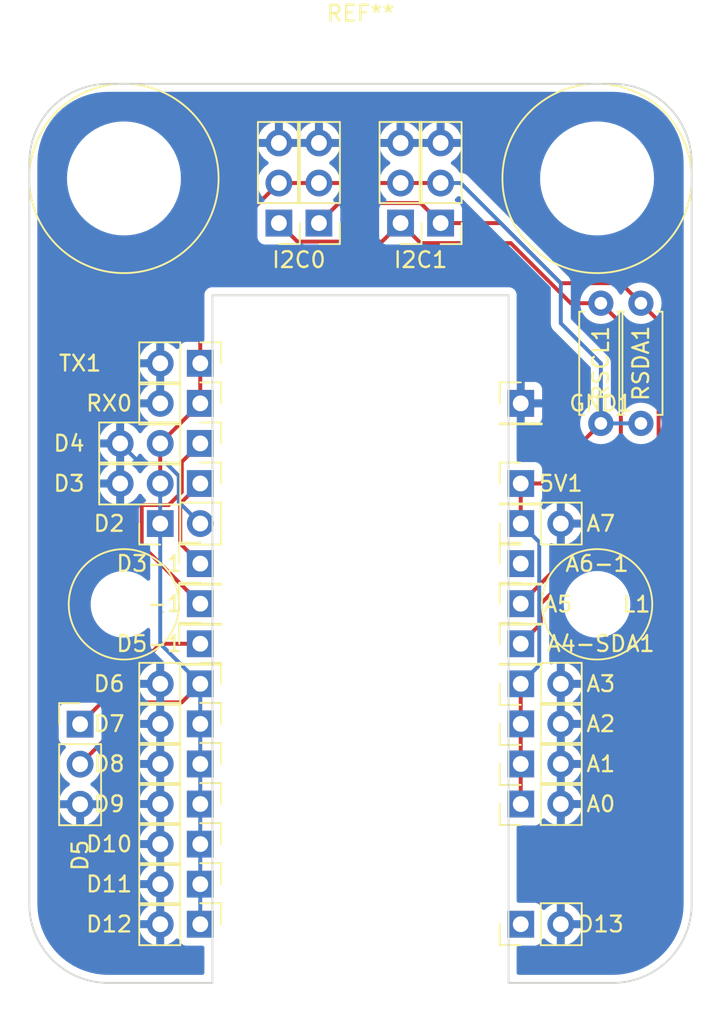
<source format=kicad_pcb>
(kicad_pcb (version 20221018) (generator pcbnew)
  (layers (0 "F.Cu" signal) (31 "B.Cu" signal) (34 "B.Paste" user) (35 "F.Paste" user) (36 "B.SilkS" user "B.Silkscreen") (37 "F.SilkS" user "F.Silkscreen") (38 "B.Mask" user) (39 "F.Mask" user) (44 "Edge.Cuts" user))
  (net 0 "")
  (net 1 "+5V")
  (net 2 "GND")
  (net 3 "Net-(A4-SDA1-Pad1)")
  (net 4 "Net-(A5-SCL1-Pad1)")
  (net 5 "Net-(A6-Pad1)")
  (net 6 "Net-(D3-Pad1)")
  (net 7 "Net-(D4-1-Pad1)")
  (net 8 "Net-(D5-1-Pad1)")
  (footprint "Connector_PinHeader_2.54mm:PinHeader_1x01_P2.54mm_Vertical" (layer "F.Cu") (at 10.16 -8.24)
    (fp_text reference "GND1" (at 5.08 0) (layer "F.SilkS"))
    (fp_text value "Conn_01x01_Male" hide)
    (fp_line (start -1.33 -1.33) (end 0 -1.33) (stroke (width 0.12)) (layer "F.SilkS"))
    (fp_line (start -1.33 0) (end -1.33 -1.33) (stroke (width 0.12)) (layer "F.SilkS"))
    (fp_line (start -1.33 1.27) (end -1.33 1.33) (stroke (width 0.12)) (layer "F.SilkS"))
    (fp_line (start -1.33 1.27) (end 1.33 1.27) (stroke (width 0.12)) (layer "F.SilkS"))
    (fp_line (start -1.33 1.33) (end 1.33 1.33) (stroke (width 0.12)) (layer "F.SilkS"))
    (fp_line (start 1.33 1.27) (end 1.33 1.33) (stroke (width 0.12)) (layer "F.SilkS"))
    (pad "1" thru_hole rect (at 0 0) (size 1.7 1.7) (drill 1) (layers "*.Cu" "*.Mask") (net 2 "GND"))
  )
  (footprint "Connector_PinHeader_2.54mm:PinHeader_1x01_P2.54mm_Vertical" (layer "F.Cu") (at 10.16 -3.16)
    (fp_text reference "5V1" (at 2.54 0) (layer "F.SilkS"))
    (fp_text value "Conn_01x01_Male" hide)
    (fp_line (start -1.33 -1.33) (end 0 -1.33) (stroke (width 0.12)) (layer "F.SilkS"))
    (fp_line (start -1.33 0) (end -1.33 -1.33) (stroke (width 0.12)) (layer "F.SilkS"))
    (fp_line (start -1.33 1.27) (end -1.33 1.33) (stroke (width 0.12)) (layer "F.SilkS"))
    (fp_line (start -1.33 1.27) (end 1.33 1.27) (stroke (width 0.12)) (layer "F.SilkS"))
    (fp_line (start -1.33 1.33) (end 1.33 1.33) (stroke (width 0.12)) (layer "F.SilkS"))
    (fp_line (start 1.33 1.27) (end 1.33 1.33) (stroke (width 0.12)) (layer "F.SilkS"))
    (pad "1" thru_hole rect (at 0 0) (size 1.7 1.7) (drill 1) (layers "*.Cu" "*.Mask") (net 1 "+5V"))
  )
  (footprint "Connector_PinHeader_2.54mm:PinHeader_1x02_P2.54mm_Vertical" (layer "F.Cu") (at 10.16 24.78 90)
    (fp_text reference "D13" (at 0 5.08 180) (layer "F.SilkS"))
    (fp_text value "Conn_01x02_Male" hide)
    (fp_line (start -1.33 -1.33) (end 0 -1.33) (stroke (width 0.12)) (layer "F.SilkS"))
    (fp_line (start -1.33 0) (end -1.33 -1.33) (stroke (width 0.12)) (layer "F.SilkS"))
    (fp_line (start -1.33 1.27) (end -1.33 3.87) (stroke (width 0.12)) (layer "F.SilkS"))
    (fp_line (start -1.33 1.27) (end 1.33 1.27) (stroke (width 0.12)) (layer "F.SilkS"))
    (fp_line (start -1.33 3.87) (end 1.33 3.87) (stroke (width 0.12)) (layer "F.SilkS"))
    (fp_line (start 1.33 1.27) (end 1.33 3.87) (stroke (width 0.12)) (layer "F.SilkS"))
    (pad "1" thru_hole rect (at 0 0 90) (size 1.7 1.7) (drill 1) (layers "*.Cu" "*.Mask") (net 1 "+5V"))
    (pad "2" thru_hole oval (at 0 2.54 90) (size 1.7 1.7) (drill 1) (layers "*.Cu" "*.Mask") (net 2 "GND"))
  )
  (footprint "Connector_PinHeader_2.54mm:PinHeader_1x02_P2.54mm_Vertical" (layer "F.Cu") (at -10.16 -10.78 -90)
    (fp_text reference "TX1" (at 0 7.62 180) (layer "F.SilkS"))
    (fp_text value "Conn_01x02_Male" hide)
    (fp_line (start -1.33 -1.33) (end 0 -1.33) (stroke (width 0.12)) (layer "F.SilkS"))
    (fp_line (start -1.33 0) (end -1.33 -1.33) (stroke (width 0.12)) (layer "F.SilkS"))
    (fp_line (start -1.33 1.27) (end -1.33 3.87) (stroke (width 0.12)) (layer "F.SilkS"))
    (fp_line (start -1.33 1.27) (end 1.33 1.27) (stroke (width 0.12)) (layer "F.SilkS"))
    (fp_line (start -1.33 3.87) (end 1.33 3.87) (stroke (width 0.12)) (layer "F.SilkS"))
    (fp_line (start 1.33 1.27) (end 1.33 3.87) (stroke (width 0.12)) (layer "F.SilkS"))
    (pad "1" thru_hole rect (at 0 0 270) (size 1.7 1.7) (drill 1) (layers "*.Cu" "*.Mask") (net 1 "+5V"))
    (pad "2" thru_hole oval (at 0 2.54 270) (size 1.7 1.7) (drill 1) (layers "*.Cu" "*.Mask") (net 2 "GND"))
  )
  (footprint "Connector_PinHeader_2.54mm:PinHeader_1x02_P2.54mm_Vertical" (layer "F.Cu") (at 10.16 17.16 90)
    (fp_text reference "A0" (at 0 5.08 180) (layer "F.SilkS"))
    (fp_text value "Conn_01x02_Male" hide)
    (fp_line (start -1.33 -1.33) (end 0 -1.33) (stroke (width 0.12)) (layer "F.SilkS"))
    (fp_line (start -1.33 0) (end -1.33 -1.33) (stroke (width 0.12)) (layer "F.SilkS"))
    (fp_line (start -1.33 1.27) (end -1.33 3.87) (stroke (width 0.12)) (layer "F.SilkS"))
    (fp_line (start -1.33 1.27) (end 1.33 1.27) (stroke (width 0.12)) (layer "F.SilkS"))
    (fp_line (start -1.33 3.87) (end 1.33 3.87) (stroke (width 0.12)) (layer "F.SilkS"))
    (fp_line (start 1.33 1.27) (end 1.33 3.87) (stroke (width 0.12)) (layer "F.SilkS"))
    (pad "1" thru_hole rect (at 0 0 90) (size 1.7 1.7) (drill 1) (layers "*.Cu" "*.Mask") (net 1 "+5V"))
    (pad "2" thru_hole oval (at 0 2.54 90) (size 1.7 1.7) (drill 1) (layers "*.Cu" "*.Mask") (net 2 "GND"))
  )
  (footprint "Connector_PinHeader_2.54mm:PinHeader_1x02_P2.54mm_Vertical" (layer "F.Cu") (at -10.16 12.08 -90)
    (fp_text reference "D7" (at 0 5.78 180) (layer "F.SilkS"))
    (fp_text value "Conn_01x02_Male" hide)
    (fp_line (start -1.33 -1.33) (end 0 -1.33) (stroke (width 0.12)) (layer "F.SilkS"))
    (fp_line (start -1.33 0) (end -1.33 -1.33) (stroke (width 0.12)) (layer "F.SilkS"))
    (fp_line (start -1.33 1.27) (end -1.33 3.87) (stroke (width 0.12)) (layer "F.SilkS"))
    (fp_line (start -1.33 1.27) (end 1.33 1.27) (stroke (width 0.12)) (layer "F.SilkS"))
    (fp_line (start -1.33 3.87) (end 1.33 3.87) (stroke (width 0.12)) (layer "F.SilkS"))
    (fp_line (start 1.33 1.27) (end 1.33 3.87) (stroke (width 0.12)) (layer "F.SilkS"))
    (pad "1" thru_hole rect (at 0 0 270) (size 1.7 1.7) (drill 1) (layers "*.Cu" "*.Mask") (net 1 "+5V"))
    (pad "2" thru_hole oval (at 0 2.54 270) (size 1.7 1.7) (drill 1) (layers "*.Cu" "*.Mask") (net 2 "GND"))
  )
  (footprint "Connector_PinHeader_2.54mm:PinHeader_1x02_P2.54mm_Vertical" (layer "F.Cu") (at -10.16 9.54 -90)
    (fp_text reference "D6" (at 0 5.78 180) (layer "F.SilkS"))
    (fp_text value "Conn_01x02_Male" hide)
    (fp_line (start -1.33 -1.33) (end 0 -1.33) (stroke (width 0.12)) (layer "F.SilkS"))
    (fp_line (start -1.33 0) (end -1.33 -1.33) (stroke (width 0.12)) (layer "F.SilkS"))
    (fp_line (start -1.33 1.27) (end -1.33 3.87) (stroke (width 0.12)) (layer "F.SilkS"))
    (fp_line (start -1.33 1.27) (end 1.33 1.27) (stroke (width 0.12)) (layer "F.SilkS"))
    (fp_line (start -1.33 3.87) (end 1.33 3.87) (stroke (width 0.12)) (layer "F.SilkS"))
    (fp_line (start 1.33 1.27) (end 1.33 3.87) (stroke (width 0.12)) (layer "F.SilkS"))
    (pad "1" thru_hole rect (at 0 0 270) (size 1.7 1.7) (drill 1) (layers "*.Cu" "*.Mask") (net 1 "+5V"))
    (pad "2" thru_hole oval (at 0 2.54 270) (size 1.7 1.7) (drill 1) (layers "*.Cu" "*.Mask") (net 2 "GND"))
  )
  (footprint "Resistor_THT:R_Axial_DIN0207_L6.3mm_D2.5mm_P7.62mm_Horizontal" (layer "F.Cu") (at 17.78 -6.97 90)
    (fp_text reference "RSDA1" (at 3.81 0 90) (layer "F.SilkS"))
    (fp_text value "R" hide)
    (fp_line (start 0.54 -1.37) (end 7.08 -1.37) (stroke (width 0.12)) (layer "F.SilkS"))
    (fp_line (start 0.54 -1.04) (end 0.54 -1.37) (stroke (width 0.12)) (layer "F.SilkS"))
    (fp_line (start 0.54 1.04) (end 0.54 1.37) (stroke (width 0.12)) (layer "F.SilkS"))
    (fp_line (start 0.54 1.37) (end 7.08 1.37) (stroke (width 0.12)) (layer "F.SilkS"))
    (fp_line (start 7.08 -1.37) (end 7.08 -1.04) (stroke (width 0.12)) (layer "F.SilkS"))
    (fp_line (start 7.08 1.37) (end 7.08 1.04) (stroke (width 0.12)) (layer "F.SilkS"))
    (pad "1" thru_hole circle (at 0 0 90) (size 1.6 1.6) (drill 0.8) (layers "*.Cu" "*.Mask") (net 1 "+5V"))
    (pad "2" thru_hole oval (at 7.62 0 90) (size 1.6 1.6) (drill 0.8) (layers "*.Cu" "*.Mask") (net 3 "Net-(A4-SDA1-Pad1)"))
  )
  (footprint "Connector_PinHeader_2.54mm:PinHeader_1x03_P2.54mm_Vertical" (layer "F.Cu") (at -5.175489 -19.67 180)
    (fp_text reference "I2C0" (at -1.27 -2.33) (layer "F.SilkS"))
    (fp_text value "Conn_01x03_Male" hide)
    (fp_line (start -1.33 -1.33) (end 0 -1.33) (stroke (width 0.12)) (layer "F.SilkS"))
    (fp_line (start -1.33 0) (end -1.33 -1.33) (stroke (width 0.12)) (layer "F.SilkS"))
    (fp_line (start -1.33 1.27) (end -1.33 6.41) (stroke (width 0.12)) (layer "F.SilkS"))
    (fp_line (start -1.33 1.27) (end 1.33 1.27) (stroke (width 0.12)) (layer "F.SilkS"))
    (fp_line (start -1.33 6.41) (end 1.33 6.41) (stroke (width 0.12)) (layer "F.SilkS"))
    (fp_line (start 1.33 1.27) (end 1.33 6.41) (stroke (width 0.12)) (layer "F.SilkS"))
    (pad "1" thru_hole rect (at 0 0 180) (size 1.7 1.7) (drill 1) (layers "*.Cu" "*.Mask") (net 4 "Net-(A5-SCL1-Pad1)"))
    (pad "2" thru_hole oval (at 0 2.54 180) (size 1.7 1.7) (drill 1) (layers "*.Cu" "*.Mask") (net 1 "+5V"))
    (pad "3" thru_hole oval (at 0 5.08 180) (size 1.7 1.7) (drill 1) (layers "*.Cu" "*.Mask") (net 2 "GND"))
  )
  (footprint "Connector_PinHeader_2.54mm:PinHeader_1x03_P2.54mm_Vertical" (layer "F.Cu") (at 5.08 -19.67 180)
    (fp_text reference "SDA0" hide)
    (fp_text value "Conn_01x03_Male" hide)
    (fp_line (start -1.33 -1.33) (end 0 -1.33) (stroke (width 0.12)) (layer "F.SilkS"))
    (fp_line (start -1.33 0) (end -1.33 -1.33) (stroke (width 0.12)) (layer "F.SilkS"))
    (fp_line (start -1.33 1.27) (end -1.33 6.41) (stroke (width 0.12)) (layer "F.SilkS"))
    (fp_line (start -1.33 1.27) (end 1.33 1.27) (stroke (width 0.12)) (layer "F.SilkS"))
    (fp_line (start -1.33 6.41) (end 1.33 6.41) (stroke (width 0.12)) (layer "F.SilkS"))
    (fp_line (start 1.33 1.27) (end 1.33 6.41) (stroke (width 0.12)) (layer "F.SilkS"))
    (pad "1" thru_hole rect (at 0 0 180) (size 1.7 1.7) (drill 1) (layers "*.Cu" "*.Mask") (net 3 "Net-(A4-SDA1-Pad1)"))
    (pad "2" thru_hole oval (at 0 2.54 180) (size 1.7 1.7) (drill 1) (layers "*.Cu" "*.Mask") (net 1 "+5V"))
    (pad "3" thru_hole oval (at 0 5.08 180) (size 1.7 1.7) (drill 1) (layers "*.Cu" "*.Mask") (net 2 "GND"))
  )
  (footprint "Connector_PinHeader_2.54mm:PinHeader_1x02_P2.54mm_Vertical" (layer "F.Cu") (at -10.16 24.78 -90)
    (fp_text reference "D12" (at 0 5.78 180) (layer "F.SilkS"))
    (fp_text value "Conn_01x02_Male" hide)
    (fp_line (start -1.33 -1.33) (end 0 -1.33) (stroke (width 0.12)) (layer "F.SilkS"))
    (fp_line (start -1.33 0) (end -1.33 -1.33) (stroke (width 0.12)) (layer "F.SilkS"))
    (fp_line (start -1.33 1.27) (end -1.33 3.87) (stroke (width 0.12)) (layer "F.SilkS"))
    (fp_line (start -1.33 1.27) (end 1.33 1.27) (stroke (width 0.12)) (layer "F.SilkS"))
    (fp_line (start -1.33 3.87) (end 1.33 3.87) (stroke (width 0.12)) (layer "F.SilkS"))
    (fp_line (start 1.33 1.27) (end 1.33 3.87) (stroke (width 0.12)) (layer "F.SilkS"))
    (pad "1" thru_hole rect (at 0 0 270) (size 1.7 1.7) (drill 1) (layers "*.Cu" "*.Mask") (net 1 "+5V"))
    (pad "2" thru_hole oval (at 0 2.54 270) (size 1.7 1.7) (drill 1) (layers "*.Cu" "*.Mask") (net 2 "GND"))
  )
  (footprint "Connector_PinHeader_2.54mm:PinHeader_1x02_P2.54mm_Vertical" (layer "F.Cu") (at -10.16 22.24 -90)
    (fp_text reference "D11" (at 0 5.78 180) (layer "F.SilkS"))
    (fp_text value "Conn_01x02_Male" hide)
    (fp_line (start -1.33 -1.33) (end 0 -1.33) (stroke (width 0.12)) (layer "F.SilkS"))
    (fp_line (start -1.33 0) (end -1.33 -1.33) (stroke (width 0.12)) (layer "F.SilkS"))
    (fp_line (start -1.33 1.27) (end -1.33 3.87) (stroke (width 0.12)) (layer "F.SilkS"))
    (fp_line (start -1.33 1.27) (end 1.33 1.27) (stroke (width 0.12)) (layer "F.SilkS"))
    (fp_line (start -1.33 3.87) (end 1.33 3.87) (stroke (width 0.12)) (layer "F.SilkS"))
    (fp_line (start 1.33 1.27) (end 1.33 3.87) (stroke (width 0.12)) (layer "F.SilkS"))
    (pad "1" thru_hole rect (at 0 0 270) (size 1.7 1.7) (drill 1) (layers "*.Cu" "*.Mask") (net 1 "+5V"))
    (pad "2" thru_hole oval (at 0 2.54 270) (size 1.7 1.7) (drill 1) (layers "*.Cu" "*.Mask") (net 2 "GND"))
  )
  (footprint "Connector_PinHeader_2.54mm:PinHeader_1x02_P2.54mm_Vertical" (layer "F.Cu") (at 10.16 -0.62 90)
    (fp_text reference "A7" (at 0 5.08 180) (layer "F.SilkS"))
    (fp_text value "Conn_01x02_Male" hide)
    (fp_line (start -1.33 -1.33) (end 0 -1.33) (stroke (width 0.12)) (layer "F.SilkS"))
    (fp_line (start -1.33 0) (end -1.33 -1.33) (stroke (width 0.12)) (layer "F.SilkS"))
    (fp_line (start -1.33 1.27) (end -1.33 3.87) (stroke (width 0.12)) (layer "F.SilkS"))
    (fp_line (start -1.33 1.27) (end 1.33 1.27) (stroke (width 0.12)) (layer "F.SilkS"))
    (fp_line (start -1.33 3.87) (end 1.33 3.87) (stroke (width 0.12)) (layer "F.SilkS"))
    (fp_line (start 1.33 1.27) (end 1.33 3.87) (stroke (width 0.12)) (layer "F.SilkS"))
    (pad "1" thru_hole rect (at 0 0 90) (size 1.7 1.7) (drill 1) (layers "*.Cu" "*.Mask") (net 1 "+5V"))
    (pad "2" thru_hole oval (at 0 2.54 90) (size 1.7 1.7) (drill 1) (layers "*.Cu" "*.Mask") (net 2 "GND"))
  )
  (footprint "Connector_PinHeader_2.54mm:PinHeader_1x01_P2.54mm_Vertical" (layer "F.Cu") (at 10.16 1.92)
    (fp_text reference "A6-1" (at 4.84 0) (layer "F.SilkS"))
    (fp_text value "Conn_01x01_Male" hide)
    (fp_line (start -1.33 -1.33) (end 0 -1.33) (stroke (width 0.12)) (layer "F.SilkS"))
    (fp_line (start -1.33 0) (end -1.33 -1.33) (stroke (width 0.12)) (layer "F.SilkS"))
    (fp_line (start -1.33 1.27) (end -1.33 1.33) (stroke (width 0.12)) (layer "F.SilkS"))
    (fp_line (start -1.33 1.27) (end 1.33 1.27) (stroke (width 0.12)) (layer "F.SilkS"))
    (fp_line (start -1.33 1.33) (end 1.33 1.33) (stroke (width 0.12)) (layer "F.SilkS"))
    (fp_line (start 1.33 1.27) (end 1.33 1.33) (stroke (width 0.12)) (layer "F.SilkS"))
    (pad "1" thru_hole rect (at 0 0) (size 1.7 1.7) (drill 1) (layers "*.Cu" "*.Mask") (net 5 "Net-(A6-Pad1)"))
  )
  (footprint "Connector_PinHeader_2.54mm:PinHeader_1x01_P2.54mm_Vertical" (layer "F.Cu") (at 10.16 4.46)
    (fp_text reference "A5-SCL1" (at 4.84 0.04) (layer "F.SilkS"))
    (fp_text value "Conn_01x01_Male" hide)
    (fp_line (start -1.33 -1.33) (end 0 -1.33) (stroke (width 0.12)) (layer "F.SilkS"))
    (fp_line (start -1.33 0) (end -1.33 -1.33) (stroke (width 0.12)) (layer "F.SilkS"))
    (fp_line (start -1.33 1.27) (end -1.33 1.33) (stroke (width 0.12)) (layer "F.SilkS"))
    (fp_line (start -1.33 1.27) (end 1.33 1.27) (stroke (width 0.12)) (layer "F.SilkS"))
    (fp_line (start -1.33 1.33) (end 1.33 1.33) (stroke (width 0.12)) (layer "F.SilkS"))
    (fp_line (start 1.33 1.27) (end 1.33 1.33) (stroke (width 0.12)) (layer "F.SilkS"))
    (pad "1" thru_hole rect (at 0 0) (size 1.7 1.7) (drill 1) (layers "*.Cu" "*.Mask") (net 4 "Net-(A5-SCL1-Pad1)"))
  )
  (footprint "Connector_PinHeader_2.54mm:PinHeader_1x02_P2.54mm_Vertical" (layer "F.Cu") (at -10.16 19.7 -90)
    (fp_text reference "D10" (at 0 5.78 180) (layer "F.SilkS"))
    (fp_text value "Conn_01x02_Male" hide)
    (fp_line (start -1.33 -1.33) (end 0 -1.33) (stroke (width 0.12)) (layer "F.SilkS"))
    (fp_line (start -1.33 0) (end -1.33 -1.33) (stroke (width 0.12)) (layer "F.SilkS"))
    (fp_line (start -1.33 1.27) (end -1.33 3.87) (stroke (width 0.12)) (layer "F.SilkS"))
    (fp_line (start -1.33 1.27) (end 1.33 1.27) (stroke (width 0.12)) (layer "F.SilkS"))
    (fp_line (start -1.33 3.87) (end 1.33 3.87) (stroke (width 0.12)) (layer "F.SilkS"))
    (fp_line (start 1.33 1.27) (end 1.33 3.87) (stroke (width 0.12)) (layer "F.SilkS"))
    (pad "1" thru_hole rect (at 0 0 270) (size 1.7 1.7) (drill 1) (layers "*.Cu" "*.Mask") (net 1 "+5V"))
    (pad "2" thru_hole oval (at 0 2.54 270) (size 1.7 1.7) (drill 1) (layers "*.Cu" "*.Mask") (net 2 "GND"))
  )
  (footprint "Connector_PinHeader_2.54mm:PinHeader_1x01_P2.54mm_Vertical" (layer "F.Cu") (at -10.16 1.92)
    (fp_text reference "D3-1" (at -3.24 0) (layer "F.SilkS"))
    (fp_text value "Conn_01x01_Male" hide)
    (fp_line (start -1.33 -1.33) (end 0 -1.33) (stroke (width 0.12)) (layer "F.SilkS"))
    (fp_line (start -1.33 0) (end -1.33 -1.33) (stroke (width 0.12)) (layer "F.SilkS"))
    (fp_line (start -1.33 1.27) (end -1.33 1.33) (stroke (width 0.12)) (layer "F.SilkS"))
    (fp_line (start -1.33 1.27) (end 1.33 1.27) (stroke (width 0.12)) (layer "F.SilkS"))
    (fp_line (start -1.33 1.33) (end 1.33 1.33) (stroke (width 0.12)) (layer "F.SilkS"))
    (fp_line (start 1.33 1.27) (end 1.33 1.33) (stroke (width 0.12)) (layer "F.SilkS"))
    (pad "1" thru_hole rect (at 0 0) (size 1.7 1.7) (drill 1) (layers "*.Cu" "*.Mask") (net 6 "Net-(D3-Pad1)"))
  )
  (footprint "Connector_PinHeader_2.54mm:PinHeader_1x03_P2.54mm_Vertical" (layer "F.Cu") (at -2.635489 -19.67 180)
    (fp_text reference "SDA1" hide)
    (fp_text value "Conn_01x03_Male" hide)
    (fp_line (start -1.33 -1.33) (end 0 -1.33) (stroke (width 0.12)) (layer "F.SilkS"))
    (fp_line (start -1.33 0) (end -1.33 -1.33) (stroke (width 0.12)) (layer "F.SilkS"))
    (fp_line (start -1.33 1.27) (end -1.33 6.41) (stroke (width 0.12)) (layer "F.SilkS"))
    (fp_line (start -1.33 1.27) (end 1.33 1.27) (stroke (width 0.12)) (layer "F.SilkS"))
    (fp_line (start -1.33 6.41) (end 1.33 6.41) (stroke (width 0.12)) (layer "F.SilkS"))
    (fp_line (start 1.33 1.27) (end 1.33 6.41) (stroke (width 0.12)) (layer "F.SilkS"))
    (pad "1" thru_hole rect (at 0 0 180) (size 1.7 1.7) (drill 1) (layers "*.Cu" "*.Mask") (net 3 "Net-(A4-SDA1-Pad1)"))
    (pad "2" thru_hole oval (at 0 2.54 180) (size 1.7 1.7) (drill 1) (layers "*.Cu" "*.Mask") (net 1 "+5V"))
    (pad "3" thru_hole oval (at 0 5.08 180) (size 1.7 1.7) (drill 1) (layers "*.Cu" "*.Mask") (net 2 "GND"))
  )
  (footprint "Connector_PinHeader_2.54mm:PinHeader_1x02_P2.54mm_Vertical" (layer "F.Cu") (at 10.16 12.08 90)
    (fp_text reference "A2" (at 0 5.08 180) (layer "F.SilkS"))
    (fp_text value "Conn_01x02_Male" hide)
    (fp_line (start -1.33 -1.33) (end 0 -1.33) (stroke (width 0.12)) (layer "F.SilkS"))
    (fp_line (start -1.33 0) (end -1.33 -1.33) (stroke (width 0.12)) (layer "F.SilkS"))
    (fp_line (start -1.33 1.27) (end -1.33 3.87) (stroke (width 0.12)) (layer "F.SilkS"))
    (fp_line (start -1.33 1.27) (end 1.33 1.27) (stroke (width 0.12)) (layer "F.SilkS"))
    (fp_line (start -1.33 3.87) (end 1.33 3.87) (stroke (width 0.12)) (layer "F.SilkS"))
    (fp_line (start 1.33 1.27) (end 1.33 3.87) (stroke (width 0.12)) (layer "F.SilkS"))
    (pad "1" thru_hole rect (at 0 0 90) (size 1.7 1.7) (drill 1) (layers "*.Cu" "*.Mask") (net 1 "+5V"))
    (pad "2" thru_hole oval (at 0 2.54 90) (size 1.7 1.7) (drill 1) (layers "*.Cu" "*.Mask") (net 2 "GND"))
  )
  (footprint "Resistor_THT:R_Axial_DIN0207_L6.3mm_D2.5mm_P7.62mm_Horizontal" (layer "F.Cu") (at 15.24 -6.97 90)
    (fp_text reference "RSCL1" (at 3.81 0 90) (layer "F.SilkS"))
    (fp_text value "R" hide)
    (fp_line (start 0.54 -1.37) (end 7.08 -1.37) (stroke (width 0.12)) (layer "F.SilkS"))
    (fp_line (start 0.54 -1.04) (end 0.54 -1.37) (stroke (width 0.12)) (layer "F.SilkS"))
    (fp_line (start 0.54 1.04) (end 0.54 1.37) (stroke (width 0.12)) (layer "F.SilkS"))
    (fp_line (start 0.54 1.37) (end 7.08 1.37) (stroke (width 0.12)) (layer "F.SilkS"))
    (fp_line (start 7.08 -1.37) (end 7.08 -1.04) (stroke (width 0.12)) (layer "F.SilkS"))
    (fp_line (start 7.08 1.37) (end 7.08 1.04) (stroke (width 0.12)) (layer "F.SilkS"))
    (pad "1" thru_hole circle (at 0 0 90) (size 1.6 1.6) (drill 0.8) (layers "*.Cu" "*.Mask") (net 1 "+5V"))
    (pad "2" thru_hole oval (at 7.62 0 90) (size 1.6 1.6) (drill 0.8) (layers "*.Cu" "*.Mask") (net 4 "Net-(A5-SCL1-Pad1)"))
  )
  (footprint "Connector_PinHeader_2.54mm:PinHeader_1x01_P2.54mm_Vertical" (layer "F.Cu") (at 10.16 7)
    (fp_text reference "A4-SDA1" (at 5.08 0) (layer "F.SilkS"))
    (fp_text value "Conn_01x01_Male" hide)
    (fp_line (start -1.33 -1.33) (end 0 -1.33) (stroke (width 0.12)) (layer "F.SilkS"))
    (fp_line (start -1.33 0) (end -1.33 -1.33) (stroke (width 0.12)) (layer "F.SilkS"))
    (fp_line (start -1.33 1.27) (end -1.33 1.33) (stroke (width 0.12)) (layer "F.SilkS"))
    (fp_line (start -1.33 1.27) (end 1.33 1.27) (stroke (width 0.12)) (layer "F.SilkS"))
    (fp_line (start -1.33 1.33) (end 1.33 1.33) (stroke (width 0.12)) (layer "F.SilkS"))
    (fp_line (start 1.33 1.27) (end 1.33 1.33) (stroke (width 0.12)) (layer "F.SilkS"))
    (pad "1" thru_hole rect (at 0 0) (size 1.7 1.7) (drill 1) (layers "*.Cu" "*.Mask") (net 3 "Net-(A4-SDA1-Pad1)"))
  )
  (footprint "Connector_PinHeader_2.54mm:PinHeader_1x01_P2.54mm_Vertical" (layer "F.Cu") (at -10.16 4.46)
    (fp_text reference "D4-1" (at -3.24 0) (layer "F.SilkS"))
    (fp_text value "Conn_01x01_Male" hide)
    (fp_line (start -1.33 -1.33) (end 0 -1.33) (stroke (width 0.12)) (layer "F.SilkS"))
    (fp_line (start -1.33 0) (end -1.33 -1.33) (stroke (width 0.12)) (layer "F.SilkS"))
    (fp_line (start -1.33 1.27) (end -1.33 1.33) (stroke (width 0.12)) (layer "F.SilkS"))
    (fp_line (start -1.33 1.27) (end 1.33 1.27) (stroke (width 0.12)) (layer "F.SilkS"))
    (fp_line (start -1.33 1.33) (end 1.33 1.33) (stroke (width 0.12)) (layer "F.SilkS"))
    (fp_line (start 1.33 1.27) (end 1.33 1.33) (stroke (width 0.12)) (layer "F.SilkS"))
    (pad "1" thru_hole rect (at 0 0) (size 1.7 1.7) (drill 1) (layers "*.Cu" "*.Mask") (net 7 "Net-(D4-1-Pad1)"))
  )
  (footprint "Connector_PinHeader_2.54mm:PinHeader_1x03_P2.54mm_Vertical" (layer "F.Cu") (at -17.78 12.095)
    (fp_text reference "D5" (at 0 8.32 90) (layer "F.SilkS"))
    (fp_text value "Conn_01x03_Male" hide)
    (fp_line (start -1.33 -1.33) (end 0 -1.33) (stroke (width 0.12)) (layer "F.SilkS"))
    (fp_line (start -1.33 0) (end -1.33 -1.33) (stroke (width 0.12)) (layer "F.SilkS"))
    (fp_line (start -1.33 1.27) (end -1.33 6.41) (stroke (width 0.12)) (layer "F.SilkS"))
    (fp_line (start -1.33 1.27) (end 1.33 1.27) (stroke (width 0.12)) (layer "F.SilkS"))
    (fp_line (start -1.33 6.41) (end 1.33 6.41) (stroke (width 0.12)) (layer "F.SilkS"))
    (fp_line (start 1.33 1.27) (end 1.33 6.41) (stroke (width 0.12)) (layer "F.SilkS"))
    (pad "1" thru_hole rect (at 0 0) (size 1.7 1.7) (drill 1) (layers "*.Cu" "*.Mask") (net 8 "Net-(D5-1-Pad1)"))
    (pad "2" thru_hole oval (at 0 2.54) (size 1.7 1.7) (drill 1) (layers "*.Cu" "*.Mask") (net 1 "+5V"))
    (pad "3" thru_hole oval (at 0 5.08) (size 1.7 1.7) (drill 1) (layers "*.Cu" "*.Mask") (net 2 "GND"))
  )
  (footprint "Connector_PinHeader_2.54mm:PinHeader_1x02_P2.54mm_Vertical" (layer "F.Cu") (at 10.16 9.54 90)
    (fp_text reference "A3" (at 0 5.08 180) (layer "F.SilkS"))
    (fp_text value "Conn_01x02_Male" hide)
    (fp_line (start -1.33 -1.33) (end 0 -1.33) (stroke (width 0.12)) (layer "F.SilkS"))
    (fp_line (start -1.33 0) (end -1.33 -1.33) (stroke (width 0.12)) (layer "F.SilkS"))
    (fp_line (start -1.33 1.27) (end -1.33 3.87) (stroke (width 0.12)) (layer "F.SilkS"))
    (fp_line (start -1.33 1.27) (end 1.33 1.27) (stroke (width 0.12)) (layer "F.SilkS"))
    (fp_line (start -1.33 3.87) (end 1.33 3.87) (stroke (width 0.12)) (layer "F.SilkS"))
    (fp_line (start 1.33 1.27) (end 1.33 3.87) (stroke (width 0.12)) (layer "F.SilkS"))
    (pad "1" thru_hole rect (at 0 0 90) (size 1.7 1.7) (drill 1) (layers "*.Cu" "*.Mask") (net 1 "+5V"))
    (pad "2" thru_hole oval (at 0 2.54 90) (size 1.7 1.7) (drill 1) (layers "*.Cu" "*.Mask") (net 2 "GND"))
  )
  (footprint "Connector_PinHeader_2.54mm:PinHeader_1x02_P2.54mm_Vertical" (layer "F.Cu") (at -10.16 14.62 -90)
    (fp_text reference "D8" (at 0 5.78 180) (layer "F.SilkS"))
    (fp_text value "Conn_01x02_Male" hide)
    (fp_line (start -1.33 -1.33) (end 0 -1.33) (stroke (width 0.12)) (layer "F.SilkS"))
    (fp_line (start -1.33 0) (end -1.33 -1.33) (stroke (width 0.12)) (layer "F.SilkS"))
    (fp_line (start -1.33 1.27) (end -1.33 3.87) (stroke (width 0.12)) (layer "F.SilkS"))
    (fp_line (start -1.33 1.27) (end 1.33 1.27) (stroke (width 0.12)) (layer "F.SilkS"))
    (fp_line (start -1.33 3.87) (end 1.33 3.87) (stroke (width 0.12)) (layer "F.SilkS"))
    (fp_line (start 1.33 1.27) (end 1.33 3.87) (stroke (width 0.12)) (layer "F.SilkS"))
    (pad "1" thru_hole rect (at 0 0 270) (size 1.7 1.7) (drill 1) (layers "*.Cu" "*.Mask") (net 1 "+5V"))
    (pad "2" thru_hole oval (at 0 2.54 270) (size 1.7 1.7) (drill 1) (layers "*.Cu" "*.Mask") (net 2 "GND"))
  )
  (footprint "Connector_PinHeader_2.54mm:PinHeader_1x02_P2.54mm_Vertical" (layer "F.Cu") (at -10.16 -8.24 -90)
    (fp_text reference "RX0" (at 0 5.78 180) (layer "F.SilkS"))
    (fp_text value "Conn_01x02_Male" hide)
    (fp_line (start -1.33 -1.33) (end 0 -1.33) (stroke (width 0.12)) (layer "F.SilkS"))
    (fp_line (start -1.33 0) (end -1.33 -1.33) (stroke (width 0.12)) (layer "F.SilkS"))
    (fp_line (start -1.33 1.27) (end -1.33 3.87) (stroke (width 0.12)) (layer "F.SilkS"))
    (fp_line (start -1.33 1.27) (end 1.33 1.27) (stroke (width 0.12)) (layer "F.SilkS"))
    (fp_line (start -1.33 3.87) (end 1.33 3.87) (stroke (width 0.12)) (layer "F.SilkS"))
    (fp_line (start 1.33 1.27) (end 1.33 3.87) (stroke (width 0.12)) (layer "F.SilkS"))
    (pad "1" thru_hole rect (at 0 0 270) (size 1.7 1.7) (drill 1) (layers "*.Cu" "*.Mask") (net 1 "+5V"))
    (pad "2" thru_hole oval (at 0 2.54 270) (size 1.7 1.7) (drill 1) (layers "*.Cu" "*.Mask") (net 2 "GND"))
  )
  (footprint "Connector_PinHeader_2.54mm:PinHeader_1x03_P2.54mm_Vertical" (layer "F.Cu") (at -10.16 -5.7 -90)
    (fp_text reference "D4" (at 0 8.32 180) (layer "F.SilkS"))
    (fp_text value "Conn_01x03_Male" hide)
    (fp_line (start -1.33 -1.33) (end 0 -1.33) (stroke (width 0.12)) (layer "F.SilkS"))
    (fp_line (start -1.33 0) (end -1.33 -1.33) (stroke (width 0.12)) (layer "F.SilkS"))
    (fp_line (start -1.33 1.27) (end -1.33 6.41) (stroke (width 0.12)) (layer "F.SilkS"))
    (fp_line (start -1.33 1.27) (end 1.33 1.27) (stroke (width 0.12)) (layer "F.SilkS"))
    (fp_line (start -1.33 6.41) (end 1.33 6.41) (stroke (width 0.12)) (layer "F.SilkS"))
    (fp_line (start 1.33 1.27) (end 1.33 6.41) (stroke (width 0.12)) (layer "F.SilkS"))
    (pad "1" thru_hole rect (at 0 0 270) (size 1.7 1.7) (drill 1) (layers "*.Cu" "*.Mask") (net 7 "Net-(D4-1-Pad1)"))
    (pad "2" thru_hole oval (at 0 2.54 270) (size 1.7 1.7) (drill 1) (layers "*.Cu" "*.Mask") (net 1 "+5V"))
    (pad "3" thru_hole oval (at 0 5.08 270) (size 1.7 1.7) (drill 1) (layers "*.Cu" "*.Mask") (net 2 "GND"))
  )
  (footprint "Connector_PinHeader_2.54mm:PinHeader_1x03_P2.54mm_Vertical" (layer "F.Cu") (at 2.54 -19.67 180)
    (fp_text reference "I2C1" (at -1.27 -2.33) (layer "F.SilkS"))
    (fp_text value "Conn_01x03_Male" hide)
    (fp_line (start -1.33 -1.33) (end 0 -1.33) (stroke (width 0.12)) (layer "F.SilkS"))
    (fp_line (start -1.33 0) (end -1.33 -1.33) (stroke (width 0.12)) (layer "F.SilkS"))
    (fp_line (start -1.33 1.27) (end -1.33 6.41) (stroke (width 0.12)) (layer "F.SilkS"))
    (fp_line (start -1.33 1.27) (end 1.33 1.27) (stroke (width 0.12)) (layer "F.SilkS"))
    (fp_line (start -1.33 6.41) (end 1.33 6.41) (stroke (width 0.12)) (layer "F.SilkS"))
    (fp_line (start 1.33 1.27) (end 1.33 6.41) (stroke (width 0.12)) (layer "F.SilkS"))
    (pad "1" thru_hole rect (at 0 0 180) (size 1.7 1.7) (drill 1) (layers "*.Cu" "*.Mask") (net 4 "Net-(A5-SCL1-Pad1)"))
    (pad "2" thru_hole oval (at 0 2.54 180) (size 1.7 1.7) (drill 1) (layers "*.Cu" "*.Mask") (net 1 "+5V"))
    (pad "3" thru_hole oval (at 0 5.08 180) (size 1.7 1.7) (drill 1) (layers "*.Cu" "*.Mask") (net 2 "GND"))
  )
  (footprint "Connector_PinHeader_2.54mm:PinHeader_1x03_P2.54mm_Vertical" (layer "F.Cu") (at -10.16 -3.16 -90)
    (fp_text reference "D3" (at 0 8.32 180) (layer "F.SilkS"))
    (fp_text value "Conn_01x03_Male" hide)
    (fp_line (start -1.33 -1.33) (end 0 -1.33) (stroke (width 0.12)) (layer "F.SilkS"))
    (fp_line (start -1.33 0) (end -1.33 -1.33) (stroke (width 0.12)) (layer "F.SilkS"))
    (fp_line (start -1.33 1.27) (end -1.33 6.41) (stroke (width 0.12)) (layer "F.SilkS"))
    (fp_line (start -1.33 1.27) (end 1.33 1.27) (stroke (width 0.12)) (layer "F.SilkS"))
    (fp_line (start -1.33 6.41) (end 1.33 6.41) (stroke (width 0.12)) (layer "F.SilkS"))
    (fp_line (start 1.33 1.27) (end 1.33 6.41) (stroke (width 0.12)) (layer "F.SilkS"))
    (pad "1" thru_hole rect (at 0 0 270) (size 1.7 1.7) (drill 1) (layers "*.Cu" "*.Mask") (net 6 "Net-(D3-Pad1)"))
    (pad "2" thru_hole oval (at 0 2.54 270) (size 1.7 1.7) (drill 1) (layers "*.Cu" "*.Mask") (net 1 "+5V"))
    (pad "3" thru_hole oval (at 0 5.08 270) (size 1.7 1.7) (drill 1) (layers "*.Cu" "*.Mask") (net 2 "GND"))
  )
  (footprint "OOEB-footprints:OOEB-XXXX-04-03-ARDC" (layer "F.Cu") (at 0 0)
    (fp_text reference "REF**" (at 0 -32.964466 unlocked) (layer "F.SilkS"))
    (fp_text value "OOEB-XXXX-04-03-ARDC")
    (fp_circle (center -15 -22.5) (end -9 -22.5) (stroke (width 0.12)) (fill none) (layer "F.SilkS"))
    (fp_circle (center -15 4.5) (end -11.5 4.5) (stroke (width 0.12)) (fill none) (layer "F.SilkS"))
    (fp_circle (center 15 -22.5) (end 21 -22.5) (stroke (width 0.12)) (fill none) (layer "F.SilkS"))
    (fp_circle (center 15 4.5) (end 18.5 4.5) (stroke (width 0.12)) (fill none) (layer "F.SilkS"))
    (fp_line (start -21 -23.5) (end -21 23.5) (stroke (width 0.12)) (layer "Edge.Cuts"))
    (fp_line (start -16 -28.5) (end 16 -28.5) (stroke (width 0.12)) (layer "Edge.Cuts"))
    (fp_line (start -15.5 4.5) (end -15.5 4.5) (stroke (width 0.12)) (layer "Edge.Cuts"))
    (fp_line (start -12.5 5) (end -12.5 5) (stroke (width 0.12)) (layer "Edge.Cuts"))
    (fp_line (start -9.39 -15.09) (end -9.39 28.5) (stroke (width 0.12)) (layer "Edge.Cuts"))
    (fp_line (start -9.39 28.5) (end -16 28.5) (stroke (width 0.12)) (layer "Edge.Cuts"))
    (fp_line (start 9.39 -15.09) (end -9.39 -15.09) (stroke (width 0.12)) (layer "Edge.Cuts"))
    (fp_line (start 9.39 -15.09) (end 9.39 28.5) (stroke (width 0.12)) (layer "Edge.Cuts"))
    (fp_line (start 16 28.5) (end 9.39 28.5) (stroke (width 0.12)) (layer "Edge.Cuts"))
    (fp_line (start 21 -23.5) (end 21 23.5) (stroke (width 0.12)) (layer "Edge.Cuts"))
    (fp_arc (start -21 -23.5) (mid -19.535534 -27.035534) (end -16 -28.5) (stroke (width 0.12)) (layer "Edge.Cuts"))
    (fp_arc (start -16 28.5) (mid -19.535534 27.035534) (end -21 23.5) (stroke (width 0.12)) (layer "Edge.Cuts"))
    (fp_arc (start 16 -28.5) (mid 19.535534 -27.035534) (end 21 -23.5) (stroke (width 0.12)) (layer "Edge.Cuts"))
    (fp_arc (start 21 23.5) (mid 19.535534 27.035534) (end 16 28.5) (stroke (width 0.12)) (layer "Edge.Cuts"))
    (pad "" np_thru_hole circle (at -15 -22.5) (size 6.2 6.2) (drill 6.2) (layers "F&B.Cu"))
    (pad "" np_thru_hole circle (at -15 4.5) (size 3.2 3.2) (drill 3.2) (layers "F&B.Cu"))
    (pad "" np_thru_hole circle (at 15 -22.5) (size 6.2 6.2) (drill 6.2) (layers "F&B.Cu"))
    (pad "" np_thru_hole circle (at 15 4.5) (size 3.2 3.2) (drill 3.2) (layers "F&B.Cu"))
  )
  (footprint "Connector_PinHeader_2.54mm:PinHeader_1x01_P2.54mm_Vertical" (layer "F.Cu") (at -10.16 7)
    (fp_text reference "D5-1" (at -3.24 0) (layer "F.SilkS"))
    (fp_text value "Conn_01x01_Male" hide)
    (fp_line (start -1.33 -1.33) (end 0 -1.33) (stroke (width 0.12)) (layer "F.SilkS"))
    (fp_line (start -1.33 0) (end -1.33 -1.33) (stroke (width 0.12)) (layer "F.SilkS"))
    (fp_line (start -1.33 1.27) (end -1.33 1.33) (stroke (width 0.12)) (layer "F.SilkS"))
    (fp_line (start -1.33 1.27) (end 1.33 1.27) (stroke (width 0.12)) (layer "F.SilkS"))
    (fp_line (start -1.33 1.33) (end 1.33 1.33) (stroke (width 0.12)) (layer "F.SilkS"))
    (fp_line (start 1.33 1.27) (end 1.33 1.33) (stroke (width 0.12)) (layer "F.SilkS"))
    (pad "1" thru_hole rect (at 0 0) (size 1.7 1.7) (drill 1) (layers "*.Cu" "*.Mask") (net 8 "Net-(D5-1-Pad1)"))
  )
  (footprint "Connector_PinHeader_2.54mm:PinHeader_1x02_P2.54mm_Vertical" (layer "F.Cu") (at -10.16 17.16 -90)
    (fp_text reference "D9" (at 0 5.78 180) (layer "F.SilkS"))
    (fp_text value "Conn_01x02_Male" hide)
    (fp_line (start -1.33 -1.33) (end 0 -1.33) (stroke (width 0.12)) (layer "F.SilkS"))
    (fp_line (start -1.33 0) (end -1.33 -1.33) (stroke (width 0.12)) (layer "F.SilkS"))
    (fp_line (start -1.33 1.27) (end -1.33 3.87) (stroke (width 0.12)) (layer "F.SilkS"))
    (fp_line (start -1.33 1.27) (end 1.33 1.27) (stroke (width 0.12)) (layer "F.SilkS"))
    (fp_line (start -1.33 3.87) (end 1.33 3.87) (stroke (width 0.12)) (layer "F.SilkS"))
    (fp_line (start 1.33 1.27) (end 1.33 3.87) (stroke (width 0.12)) (layer "F.SilkS"))
    (pad "1" thru_hole rect (at 0 0 270) (size 1.7 1.7) (drill 1) (layers "*.Cu" "*.Mask") (net 1 "+5V"))
    (pad "2" thru_hole oval (at 0 2.54 270) (size 1.7 1.7) (drill 1) (layers "*.Cu" "*.Mask") (net 2 "GND"))
  )
  (footprint "Connector_PinHeader_2.54mm:PinHeader_1x02_P2.54mm_Vertical" (layer "F.Cu") (at -12.7 -0.62 90)
    (fp_text reference "D2" (at 0 -3.24 180) (layer "F.SilkS"))
    (fp_text value "Conn_01x02_Male" hide)
    (fp_line (start -1.33 -1.33) (end 0 -1.33) (stroke (width 0.12)) (layer "F.SilkS"))
    (fp_line (start -1.33 0) (end -1.33 -1.33) (stroke (width 0.12)) (layer "F.SilkS"))
    (fp_line (start -1.33 1.27) (end -1.33 3.87) (stroke (width 0.12)) (layer "F.SilkS"))
    (fp_line (start -1.33 1.27) (end 1.33 1.27) (stroke (width 0.12)) (layer "F.SilkS"))
    (fp_line (start -1.33 3.87) (end 1.33 3.87) (stroke (width 0.12)) (layer "F.SilkS"))
    (fp_line (start 1.33 1.27) (end 1.33 3.87) (stroke (width 0.12)) (layer "F.SilkS"))
    (pad "1" thru_hole rect (at 0 0 90) (size 1.7 1.7) (drill 1) (layers "*.Cu" "*.Mask") (net 1 "+5V"))
    (pad "2" thru_hole oval (at 0 2.54 90) (size 1.7 1.7) (drill 1) (layers "*.Cu" "*.Mask") (net 2 "GND"))
  )
  (footprint "Connector_PinHeader_2.54mm:PinHeader_1x02_P2.54mm_Vertical" (layer "F.Cu") (at 10.16 14.62 90)
    (fp_text reference "A1" (at 0 5.08 180) (layer "F.SilkS"))
    (fp_text value "Conn_01x02_Male" hide)
    (fp_line (start -1.33 -1.33) (end 0 -1.33) (stroke (width 0.12)) (layer "F.SilkS"))
    (fp_line (start -1.33 0) (end -1.33 -1.33) (stroke (width 0.12)) (layer "F.SilkS"))
    (fp_line (start -1.33 1.27) (end -1.33 3.87) (stroke (width 0.12)) (layer "F.SilkS"))
    (fp_line (start -1.33 1.27) (end 1.33 1.27) (stroke (width 0.12)) (layer "F.SilkS"))
    (fp_line (start -1.33 3.87) (end 1.33 3.87) (stroke (width 0.12)) (layer "F.SilkS"))
    (fp_line (start 1.33 1.27) (end 1.33 3.87) (stroke (width 0.12)) (layer "F.SilkS"))
    (pad "1" thru_hole rect (at 0 0 90) (size 1.7 1.7) (drill 1) (layers "*.Cu" "*.Mask") (net 1 "+5V"))
    (pad "2" thru_hole oval (at 0 2.54 90) (size 1.7 1.7) (drill 1) (layers "*.Cu" "*.Mask") (net 2 "GND"))
  )
  (segment (start -10.16 -8.24) (end -12.7 -5.7) (width 0.25) (layer "F.Cu") (net 1))
  (segment (start -17.78 14.635) (end -13.859511 10.714511) (width 0.25) (layer "F.Cu") (net 1))
  (segment (start -12.7 -5.7) (end -12.7 -3.16) (width 0.25) (layer "F.Cu") (net 1))
  (segment (start 10.16 -3.16) (end 10.16 -0.62) (width 0.25) (layer "F.Cu") (net 1))
  (segment (start -11.334511 10.714511) (end -10.16 9.54) (width 0.25) (layer "F.Cu") (net 1))
  (segment (start -13.859511 10.714511) (end -11.334511 10.714511) (width 0.25) (layer "F.Cu") (net 1))
  (segment (start -10.16 -10.78) (end -10.16 -17.225489) (width 0.25) (layer "F.Cu") (net 1))
  (segment (start -10.16 -10.78) (end -10.16 -8.24) (width 0.25) (layer "F.Cu") (net 1))
  (segment (start -10.16 -17.225489) (end -5.175489 -22.21) (width 0.25) (layer "F.Cu") (net 1))
  (segment (start 11.43 -3.16) (end 15.24 -6.97) (width 0.25) (layer "F.Cu") (net 1))
  (segment (start 10.16 -3.16) (end 11.43 -3.16) (width 0.25) (layer "F.Cu") (net 1))
  (segment (start 10.16 9.54) (end 10.16 17.16) (width 0.25) (layer "F.Cu") (net 1))
  (segment (start -5.175489 -22.21) (end 5.08 -22.21) (width 0.25) (layer "F.Cu") (net 1))
  (segment (start 11.334511 0.554511) (end 11.334511 8.365489) (width 0.25) (layer "B.Cu") (net 1))
  (segment (start 15.24 -6.97) (end 17.78 -6.97) (width 0.25) (layer "B.Cu") (net 1))
  (segment (start -12.7 7) (end -10.16 9.54) (width 0.25) (layer "B.Cu") (net 1))
  (segment (start 12.7 -13.32) (end 15.24 -10.78) (width 0.25) (layer "B.Cu") (net 1))
  (segment (start -12.7 -0.62) (end -12.7 7) (width 0.25) (layer "B.Cu") (net 1))
  (segment (start -10.16 9.54) (end -10.16 24.78) (width 0.25) (layer "B.Cu") (net 1))
  (segment (start 12.7 -15.86) (end 12.7 -13.32) (width 0.25) (layer "B.Cu") (net 1))
  (segment (start 10.16 -0.62) (end 11.334511 0.554511) (width 0.25) (layer "B.Cu") (net 1))
  (segment (start 15.24 -10.78) (end 15.24 -6.97) (width 0.25) (layer "B.Cu") (net 1))
  (segment (start -12.7 -3.16) (end -12.7 -0.62) (width 0.25) (layer "B.Cu") (net 1))
  (segment (start 11.334511 8.365489) (end 10.16 9.54) (width 0.25) (layer "B.Cu") (net 1))
  (segment (start 6.35 -22.21) (end 12.7 -15.86) (width 0.25) (layer "B.Cu") (net 1))
  (segment (start 6.35 -22.21) (end 5.08 -22.21) (width 0.25) (layer "B.Cu") (net 1))
  (segment (start -12.30899 -4.43) (end -13.97 -4.43) (width 0.25) (layer "B.Cu") (net 2))
  (segment (start -11.525489 -3.646499) (end -12.30899 -4.43) (width 0.25) (layer "B.Cu") (net 2))
  (segment (start -13.97 -4.43) (end -15.24 -5.7) (width 0.25) (layer "B.Cu") (net 2))
  (segment (start -10.16 -0.62) (end -11.525489 -1.985489) (width 0.25) (layer "B.Cu") (net 2))
  (segment (start -11.525489 -1.985489) (end -11.525489 -3.646499) (width 0.25) (layer "B.Cu") (net 2))
  (segment (start 16.51 -15.86) (end 17.78 -14.59) (width 0.25) (layer "F.Cu") (net 3))
  (segment (start 17.78 -14.59) (end 18.904511 -13.465489) (width 0.25) (layer "F.Cu") (net 3))
  (segment (start 12.7 -15.86) (end 16.51 -15.86) (width 0.25) (layer "F.Cu") (net 3))
  (segment (start 8.89 -19.67) (end 12.7 -15.86) (width 0.25) (layer "F.Cu") (net 3))
  (segment (start 5.08 -19.67) (end 3.81 -20.94) (width 0.25) (layer "F.Cu") (net 3))
  (segment (start 11.43 5.73) (end 10.16 7) (width 0.25) (layer "F.Cu") (net 3))
  (segment (start 11.43 4.46) (end 11.43 5.73) (width 0.25) (layer "F.Cu") (net 3))
  (segment (start 3.81 -20.94) (end -1.365489 -20.94) (width 0.25) (layer "F.Cu") (net 3))
  (segment (start 18.904511 -13.465489) (end 18.904511 -3.014511) (width 0.25) (layer "F.Cu") (net 3))
  (segment (start -1.365489 -20.94) (end -2.635489 -19.67) (width 0.25) (layer "F.Cu") (net 3))
  (segment (start 18.904511 -3.014511) (end 11.43 4.46) (width 0.25) (layer "F.Cu") (net 3))
  (segment (start 5.08 -19.67) (end 8.89 -19.67) (width 0.25) (layer "F.Cu") (net 3))
  (segment (start 16.51 -1.89) (end 10.16 4.46) (width 0.25) (layer "F.Cu") (net 4))
  (segment (start -5.175489 -19.67) (end -4.000978 -18.495489) (width 0.25) (layer "F.Cu") (net 4))
  (segment (start -4.000978 -18.495489) (end 1.365489 -18.495489) (width 0.25) (layer "F.Cu") (net 4))
  (segment (start 13.334283 -14.59) (end 9.524283 -18.4) (width 0.25) (layer "F.Cu") (net 4))
  (segment (start 9.524283 -18.4) (end 3.81 -18.4) (width 0.25) (layer "F.Cu") (net 4))
  (segment (start 16.51 -13.32) (end 16.51 -1.89) (width 0.25) (layer "F.Cu") (net 4))
  (segment (start 1.365489 -18.495489) (end 2.54 -19.67) (width 0.25) (layer "F.Cu") (net 4))
  (segment (start 15.24 -14.59) (end 16.51 -13.32) (width 0.25) (layer "F.Cu") (net 4))
  (segment (start 15.24 -14.59) (end 13.334283 -14.59) (width 0.25) (layer "F.Cu") (net 4))
  (segment (start 3.81 -18.4) (end 2.54 -19.67) (width 0.25) (layer "F.Cu") (net 4))
  (segment (start -10.16 -3.16) (end -11.43 -1.89) (width 0.25) (layer "F.Cu") (net 6))
  (segment (start -11.43 -1.89) (end -11.43 0.65) (width 0.25) (layer "F.Cu") (net 6))
  (segment (start -10.16 1.92) (end -11.43 0.65) (width 0.25) (layer "F.Cu") (net 6))
  (segment (start -13.874511 0.745489) (end -10.16 4.46) (width 0.25) (layer "F.Cu") (net 7))
  (segment (start -11.334511 -2.621207) (end -12.161207 -1.794511) (width 0.25) (layer "F.Cu") (net 7))
  (segment (start -12.161207 -1.794511) (end -13.874511 -1.794511) (width 0.25) (layer "F.Cu") (net 7))
  (segment (start -10.16 -5.7) (end -11.334511 -4.525489) (width 0.25) (layer "F.Cu") (net 7))
  (segment (start -13.874511 -1.794511) (end -13.874511 0.745489) (width 0.25) (layer "F.Cu") (net 7))
  (segment (start -11.334511 -4.525489) (end -11.334511 -2.621207) (width 0.25) (layer "F.Cu") (net 7))
  (segment (start -12.685 7) (end -17.78 12.095) (width 0.25) (layer "F.Cu") (net 8))
  (segment (start -10.16 7) (end -12.685 7) (width 0.25) (layer "F.Cu") (net 8))
  (zone (net 2) (net_name "GND") (layer "B.Cu") (connect_pads (clearance 0.508)) (min_thickness 0.254) (fill yes (thermal_gap 0.508) (thermal_bridge_width 0.508))
    (polygon (pts (xy 22.86 31.13) (xy -22.86 31.13) (xy -22.86 -29.83) (xy 22.86 -29.83)))
  )
)
</source>
